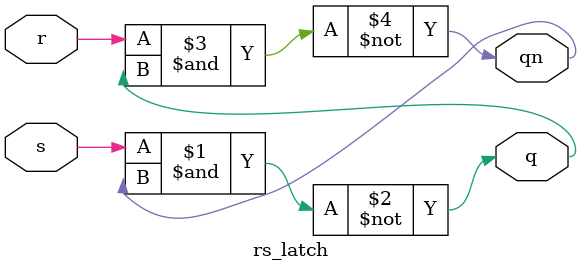
<source format=v>
/************************************************
  The Verilog HDL code example is from the book
  Computer Principles and Design in Verilog HDL
  by Yamin Li, published by A JOHN WILEY & SONS
************************************************/
module rs_latch (s,r,q,qn);                         // rs latch
    input  s, r;                                    // inputs:  set, reset
    output q, qn;                                   // outputs: q, qn
    nand nand1 (q,  s, qn);                         // nand (out, in1, in2);
    nand nand2 (qn, r, q);                          // nand (out, in1, in2);
endmodule

</source>
